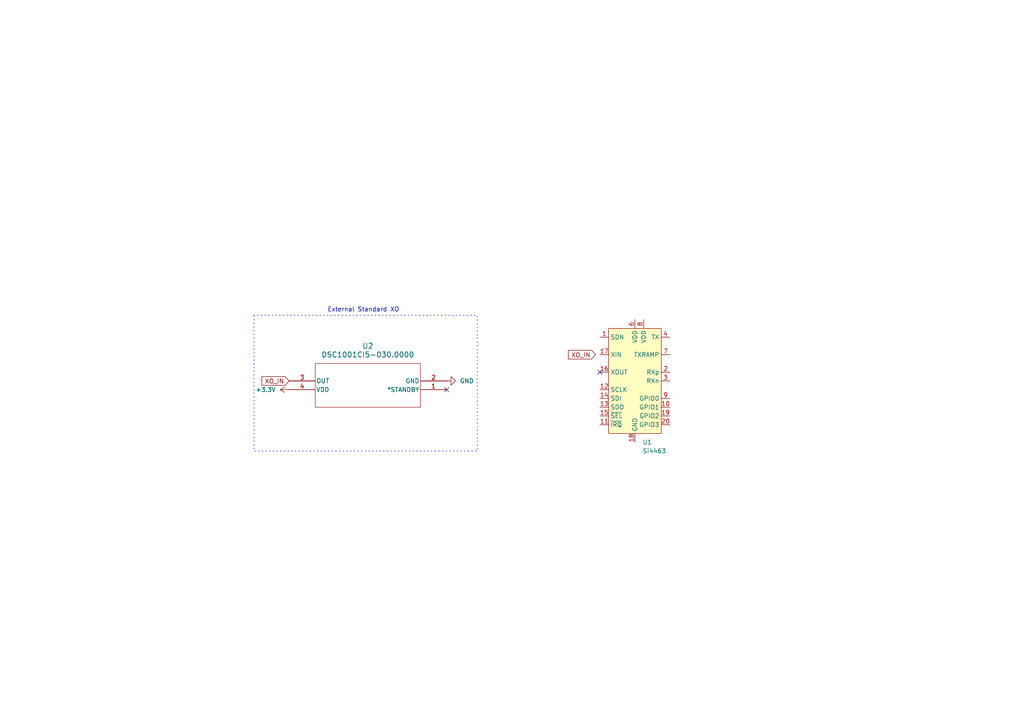
<source format=kicad_sch>
(kicad_sch (version 20231120) (generator "eeschema") (generator_version "8.0")
  (paper "A4")
  (lib_symbols
    (symbol "Oscillator:DSC1001CI5-030.0000" (pin_names (offset 0.254))
      (property "Reference" "U" (at 22.86 10.16 0))
      (property "Value" "DSC1001CI5-030.0000" (at 22.86 7.62 0))
      (symbol "DSC1001CI5-030.0000_0_1"
        (polyline (pts (xy 7.62 -7.62) (xy 38.1 -7.62)) (stroke (width 0.127)))
        (polyline (pts (xy 7.62 5.08) (xy 7.62 -7.62)) (stroke (width 0.127)))
        (polyline (pts (xy 38.1 -7.62) (xy 38.1 5.08)) (stroke (width 0.127)))
        (polyline (pts (xy 38.1 5.08) (xy 7.62 5.08)) (stroke (width 0.127)))
        (pin input line (at 0 0 0) (length 7.62) (name "*STANDBY") (number "1"))
        (pin power_out line (at 0 -2.54 0) (length 7.62) (name "GND") (number "2"))
        (pin output line (at 45.72 -2.54 180) (length 7.62) (name "OUT") (number "3"))
        (pin power_in line (at 45.72 0 180) (length 7.62) (name "VDD") (number "4"))
      )
    )
    (symbol "RF:Si4463"
      (property "Reference" "U" (at -6.35 16.51 0))
      (property "Value" "Si4463" (at 6.35 16.51 0))
      (symbol "Si4463_0_1"
        (rectangle (start -7.62 15.24) (end 7.62 -15.24) (fill (type background)))
        (rectangle (start 10.16 -15.24) (end 10.16 -15.24))
      )
      (symbol "Si4463_1_1"
        (pin input line (at -10.16 12.7 0) (length 2.54) (name "SDN") (number "1"))
        (pin bidirectional line (at 10.16 -7.62 180) (length 2.54) (name "GPIO1") (number "10"))
        (pin open_collector line (at -10.16 -12.7 0) (length 2.54) (name "~{IRQ}") (number "11"))
        (pin input line (at -10.16 -2.54 0) (length 2.54) (name "SCLK") (number "12"))
        (pin output line (at -10.16 -7.62 0) (length 2.54) (name "SDO") (number "13"))
        (pin input line (at -10.16 -5.08 0) (length 2.54) (name "SDI") (number "14"))
        (pin input line (at -10.16 -10.16 0) (length 2.54) (name "~{SEL}") (number "15"))
        (pin passive line (at -10.16 2.54 0) (length 2.54) (name "XOUT") (number "16"))
        (pin input line (at -10.16 7.62 0) (length 2.54) (name "XIN") (number "17"))
        (pin power_in line (at 0 -17.78 90) (length 2.54) (name "GND") (number "18"))
        (pin bidirectional line (at 10.16 -10.16 180) (length 2.54) (name "GPIO2") (number "19"))
        (pin input line (at 10.16 2.54 180) (length 2.54) (name "RXp") (number "2"))
        (pin bidirectional line (at 10.16 -12.7 180) (length 2.54) (name "GPIO3") (number "20"))
        (pin passive line (at 0 -17.78 90) (length 2.54) hide (name "GND") (number "21"))
        (pin input line (at 10.16 0 180) (length 2.54) (name "RXn") (number "3"))
        (pin output line (at 10.16 12.7 180) (length 2.54) (name "TX") (number "4"))
        (pin no_connect line (at 7.62 -15.24 180) (length 2.54) hide (name "NC") (number "5"))
        (pin power_in line (at 0 17.78 270) (length 2.54) (name "VDD") (number "6"))
        (pin output line (at 10.16 7.62 180) (length 2.54) (name "TXRAMP") (number "7"))
        (pin power_in line (at 2.54 17.78 270) (length 2.54) (name "VDD") (number "8"))
        (pin bidirectional line (at 10.16 -5.08 180) (length 2.54) (name "GPIO0") (number "9"))
      )
    )
    (symbol "power:+3.3V" (power) (pin_numbers hide) (pin_names (offset 0) hide)
      (property "Value" "+3.3V" (at 0 3.556 0))
      (symbol "+3.3V_0_1"
        (polyline (pts (xy -0.762 1.27) (xy 0 2.54)))
        (polyline (pts (xy 0 0) (xy 0 2.54)))
        (polyline (pts (xy 0 2.54) (xy 0.762 1.27)))
      )
      (symbol "+3.3V_1_1"
        (pin power_in line (at 0 0 90) (length 0) (name "~") (number "1"))
      )
    )
    (symbol "power:GND" (power) (pin_numbers hide) (pin_names (offset 0) hide)
      (property "Value" "GND" (at 0 -3.81 0))
      (symbol "GND_0_1"
        (polyline (pts (xy 0 0) (xy 0 -1.27) (xy 1.27 -1.27) (xy 0 -2.54) (xy -1.27 -1.27) (xy 0 -1.27)))
      )
      (symbol "GND_1_1"
        (pin power_in line (at 0 0 270) (length 0) (name "~") (number "1"))
      )
    )
  )
  (no_connect (at 173.99 107.95))
  (no_connect (at 129.54 113.03))
  (rectangle (start 73.66 91.44) (end 138.43 130.81) (stroke (width 0.254) (type dot) (color 23 47 255 1)))
  (text "External Standard XO\n\n" (at 105.41 90.932 0) (effects (font (size 1.27 1.27))))
  (global_label "XO_IN" (shape input) (at 83.82 110.49 180) (property "Intersheetrefs" "${INTERSHEET_REFS}" (effects (hide yes))))
  (global_label "XO_IN" (shape input) (at 172.72 102.87 180) (property "Intersheetrefs" "${INTERSHEET_REFS}" (effects (hide yes))))
  (symbol (lib_id "power:+3.3V") (at 83.82 113.03 90) (unit 1)
    (property "Reference" "#PWR02" (effects (hide yes)))
    (property "Value" "+3.3V" (at 80.01 113.0299 90) (effects (justify left)))
    (property "Description" "Power symbol creates a global label with name \"+3.3V\"" (effects (hide yes)))
  )
  (symbol (lib_id "Oscillator:DSC1001CI5-030.0000") (at 129.54 113.03 180) (unit 1)
    (property "Reference" "U2" (at 106.68 100.33 0) (effects (font (size 1.524 1.524))))
    (property "Value" "DSC1001CI5-030.0000" (at 106.68 102.87 0) (effects (font (size 1.524 1.524))))
    (property "Footprint" "CDFN4_3P2X2P5_MCH" (effects (hide yes)))
    (property "Datasheet" "DSC1001CI5-030.0000" (effects (hide yes)))
  )
  (symbol (lib_id "RF:Si4463") (at 184.15 110.49 0) (unit 1)
    (property "Reference" "U1" (at 186.3441 128.27 0) (effects (justify left)))
    (property "Value" "Si4463" (at 186.3441 130.81 0) (effects (justify left)))
    (property "Footprint" "Package_DFN_QFN:QFN-20-1EP_4x4mm_P0.5mm_EP2.6x2.6mm_ThermalVias" (effects (hide yes)))
    (property "Datasheet" "https://www.silabs.com/documents/public/data-sheets/Si4464-63-61-60.pdf" (effects (hide yes)))
    (property "Description" "High-Performance, Low-Current Sub-GHz Transceiver, +20dBm, Major bands 142-1050 MHz, QFN-20" (effects (hide yes)))
  )
  (symbol (lib_id "power:GND") (at 129.54 110.49 90) (unit 1)
    (property "Reference" "#PWR01" (effects (hide yes)))
    (property "Value" "GND" (at 133.35 110.4899 90) (effects (justify right)))
    (property "Description" "Power symbol creates a global label with name \"GND\" , ground" (effects (hide yes)))
  )
)
</source>
